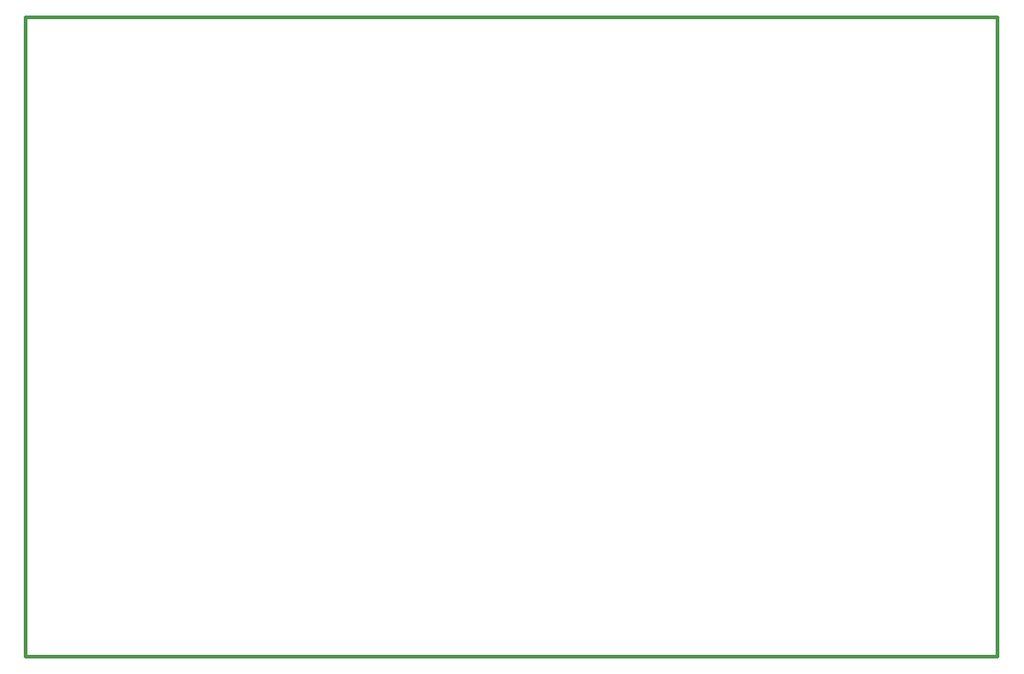
<source format=gko>
G04 Layer_Color=16711935*
%FSTAX24Y24*%
%MOIN*%
G70*
G01*
G75*
%ADD50C,0.0118*%
D50*
X016732Y016732D02*
X052165D01*
Y040039D01*
X016732D02*
X052165D01*
X016732Y016732D02*
Y040039D01*
M02*

</source>
